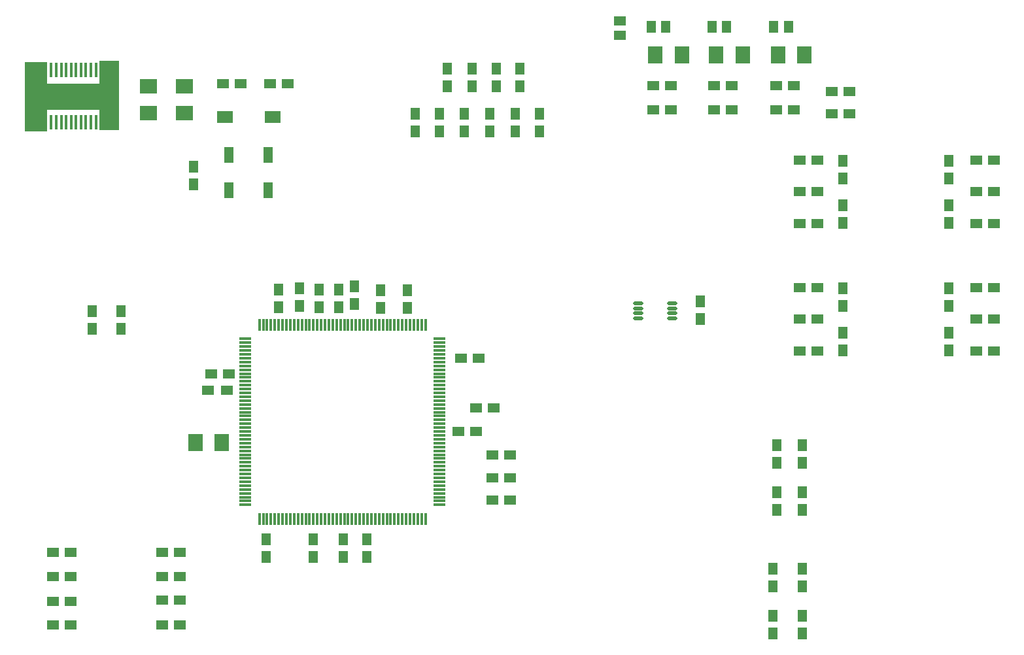
<source format=gtp>
G04 Layer_Color=8421504*
%FSLAX25Y25*%
%MOIN*%
G70*
G01*
G75*
%ADD10R,0.06000X0.05000*%
%ADD11R,0.05000X0.06000*%
%ADD12R,0.07500X0.09000*%
%ADD13R,0.05905X0.05118*%
%ADD14R,0.07874X0.05905*%
%ADD15R,0.09000X0.07500*%
%ADD16O,0.05315X0.01968*%
%ADD17R,0.05118X0.05905*%
%ADD18R,0.01575X0.07677*%
%ADD19R,0.31102X0.13780*%
%ADD20R,0.11811X0.35433*%
%ADD21R,0.10000X0.35433*%
%ADD22R,0.06300X0.01180*%
%ADD23R,0.01180X0.06300*%
%ADD24R,0.05118X0.08268*%
D10*
X209500Y147140D02*
D03*
X218500D02*
D03*
X209500Y159640D02*
D03*
X218500D02*
D03*
X209500Y171640D02*
D03*
X218500D02*
D03*
X209500Y184140D02*
D03*
X218500D02*
D03*
X154000Y147140D02*
D03*
X163000D02*
D03*
X154000Y159140D02*
D03*
X163000D02*
D03*
X154000Y171640D02*
D03*
X163000D02*
D03*
X154000Y184140D02*
D03*
X163000D02*
D03*
X469000Y409621D02*
D03*
X460000D02*
D03*
X469000Y422121D02*
D03*
X460000D02*
D03*
X560000Y407640D02*
D03*
X551000D02*
D03*
X624500Y319140D02*
D03*
X633500D02*
D03*
X624500Y384140D02*
D03*
X633500D02*
D03*
X534500D02*
D03*
X543500D02*
D03*
X534500Y319140D02*
D03*
X543500D02*
D03*
X624500Y367890D02*
D03*
X633500D02*
D03*
X624500Y351640D02*
D03*
X633500D02*
D03*
X543500D02*
D03*
X534500D02*
D03*
Y367890D02*
D03*
X543500D02*
D03*
X551000Y419140D02*
D03*
X560000D02*
D03*
X624500Y302890D02*
D03*
X633500D02*
D03*
X624500Y286640D02*
D03*
X633500D02*
D03*
X543500Y302890D02*
D03*
X534500D02*
D03*
X543500Y286640D02*
D03*
X534500D02*
D03*
X531500Y422121D02*
D03*
X522500D02*
D03*
X531500Y409621D02*
D03*
X522500D02*
D03*
X500000Y422121D02*
D03*
X491000D02*
D03*
X500000Y409621D02*
D03*
X491000D02*
D03*
X249500Y423140D02*
D03*
X240500D02*
D03*
X273500D02*
D03*
X264500D02*
D03*
X387000Y210640D02*
D03*
X378000D02*
D03*
X387000Y222140D02*
D03*
X378000D02*
D03*
Y233640D02*
D03*
X387000D02*
D03*
X362000Y283140D02*
D03*
X371000D02*
D03*
X360500Y245640D02*
D03*
X369500D02*
D03*
Y257640D02*
D03*
X378500D02*
D03*
X243500Y275140D02*
D03*
X234500D02*
D03*
X242500Y266640D02*
D03*
X233000D02*
D03*
D11*
X380000Y421640D02*
D03*
Y430640D02*
D03*
X484000Y312140D02*
D03*
Y303140D02*
D03*
X556500Y383640D02*
D03*
Y374640D02*
D03*
Y318640D02*
D03*
Y309640D02*
D03*
Y352140D02*
D03*
Y361140D02*
D03*
X610500Y352140D02*
D03*
Y361140D02*
D03*
Y383640D02*
D03*
Y374640D02*
D03*
Y287140D02*
D03*
Y296140D02*
D03*
X556500Y287140D02*
D03*
Y296140D02*
D03*
X610500Y318640D02*
D03*
Y309640D02*
D03*
X536000Y238640D02*
D03*
Y229640D02*
D03*
Y175640D02*
D03*
Y166640D02*
D03*
X321000Y308640D02*
D03*
Y317640D02*
D03*
X299500Y309140D02*
D03*
Y318140D02*
D03*
X269000Y309140D02*
D03*
Y318140D02*
D03*
X367500Y421640D02*
D03*
Y430640D02*
D03*
X355000Y421640D02*
D03*
Y430640D02*
D03*
X363500Y407640D02*
D03*
Y398640D02*
D03*
X351000D02*
D03*
Y407640D02*
D03*
X402000Y398640D02*
D03*
Y407640D02*
D03*
X392000Y430640D02*
D03*
Y421640D02*
D03*
X338500Y398640D02*
D03*
Y407640D02*
D03*
X389500Y398640D02*
D03*
Y407640D02*
D03*
X376500Y398640D02*
D03*
Y407640D02*
D03*
X262500Y190640D02*
D03*
Y181640D02*
D03*
X286500Y190640D02*
D03*
Y181640D02*
D03*
X302000Y190640D02*
D03*
Y181640D02*
D03*
X314000Y190640D02*
D03*
Y181640D02*
D03*
X334500Y308640D02*
D03*
Y317640D02*
D03*
X307500Y310640D02*
D03*
Y319640D02*
D03*
X279500Y309640D02*
D03*
Y318640D02*
D03*
X523000Y238640D02*
D03*
Y229640D02*
D03*
Y214640D02*
D03*
Y205640D02*
D03*
X536000Y214640D02*
D03*
Y205640D02*
D03*
X521000Y175640D02*
D03*
Y166640D02*
D03*
Y151640D02*
D03*
Y142640D02*
D03*
X536000Y151640D02*
D03*
Y142640D02*
D03*
X225500Y371640D02*
D03*
Y380640D02*
D03*
X289500Y309140D02*
D03*
Y318140D02*
D03*
X174000Y307140D02*
D03*
Y298140D02*
D03*
X188500D02*
D03*
Y307140D02*
D03*
D12*
X474500Y437621D02*
D03*
X461000D02*
D03*
X226500Y240140D02*
D03*
X240000D02*
D03*
X537000Y437621D02*
D03*
X523500D02*
D03*
X505500D02*
D03*
X492000D02*
D03*
D13*
X443000Y455140D02*
D03*
Y447660D02*
D03*
D14*
X266000Y406140D02*
D03*
X241591D02*
D03*
D15*
X202500Y408140D02*
D03*
Y421640D02*
D03*
X221000Y408140D02*
D03*
Y421640D02*
D03*
D16*
X452240Y310979D02*
D03*
Y308420D02*
D03*
Y305861D02*
D03*
Y303302D02*
D03*
X469760Y310979D02*
D03*
Y308420D02*
D03*
Y305861D02*
D03*
Y303302D02*
D03*
D17*
X521427Y452121D02*
D03*
X528908D02*
D03*
X458927D02*
D03*
X466408D02*
D03*
X489927D02*
D03*
X497408D02*
D03*
D18*
X153102Y403418D02*
D03*
X155622D02*
D03*
X158142D02*
D03*
X160661D02*
D03*
X163181D02*
D03*
X165701D02*
D03*
X168221D02*
D03*
X170740D02*
D03*
X173260D02*
D03*
X175799Y403390D02*
D03*
X153102Y429890D02*
D03*
X155622D02*
D03*
X158142D02*
D03*
X160661D02*
D03*
X163181D02*
D03*
X165701D02*
D03*
X168221D02*
D03*
X170740D02*
D03*
X173260D02*
D03*
X175799D02*
D03*
X178299Y429890D02*
D03*
X178299Y403390D02*
D03*
X150299Y429890D02*
D03*
Y403390D02*
D03*
D19*
X164799Y416390D02*
D03*
D20*
X145299D02*
D03*
D21*
X182701Y416890D02*
D03*
D22*
X251890Y208250D02*
D03*
Y210220D02*
D03*
Y212180D02*
D03*
Y214150D02*
D03*
Y216120D02*
D03*
Y218090D02*
D03*
Y220060D02*
D03*
Y222030D02*
D03*
Y224000D02*
D03*
Y225960D02*
D03*
Y227930D02*
D03*
Y229900D02*
D03*
Y231870D02*
D03*
Y233840D02*
D03*
Y235810D02*
D03*
Y237770D02*
D03*
Y239740D02*
D03*
Y241710D02*
D03*
Y243680D02*
D03*
Y245650D02*
D03*
Y247620D02*
D03*
Y249590D02*
D03*
Y251550D02*
D03*
Y253520D02*
D03*
Y255490D02*
D03*
Y257460D02*
D03*
Y259430D02*
D03*
Y261400D02*
D03*
Y263370D02*
D03*
Y265330D02*
D03*
Y267300D02*
D03*
Y269270D02*
D03*
Y271240D02*
D03*
Y273210D02*
D03*
Y275180D02*
D03*
Y277140D02*
D03*
Y279110D02*
D03*
Y281080D02*
D03*
Y283050D02*
D03*
Y285020D02*
D03*
Y286990D02*
D03*
Y288960D02*
D03*
Y290920D02*
D03*
Y292890D02*
D03*
X351110D02*
D03*
Y290920D02*
D03*
Y288960D02*
D03*
Y286990D02*
D03*
Y285020D02*
D03*
Y283050D02*
D03*
Y281080D02*
D03*
Y279110D02*
D03*
Y277140D02*
D03*
Y275180D02*
D03*
Y273210D02*
D03*
Y271240D02*
D03*
Y269270D02*
D03*
Y267300D02*
D03*
Y265330D02*
D03*
Y263370D02*
D03*
Y261400D02*
D03*
Y259430D02*
D03*
Y257460D02*
D03*
Y255490D02*
D03*
Y251550D02*
D03*
Y249590D02*
D03*
Y243680D02*
D03*
Y239740D02*
D03*
Y237770D02*
D03*
Y235810D02*
D03*
Y233840D02*
D03*
Y231870D02*
D03*
Y229900D02*
D03*
Y227930D02*
D03*
Y225960D02*
D03*
Y224000D02*
D03*
Y222030D02*
D03*
Y220060D02*
D03*
Y218090D02*
D03*
Y216120D02*
D03*
Y214150D02*
D03*
Y212180D02*
D03*
Y210220D02*
D03*
Y208250D02*
D03*
Y241710D02*
D03*
Y245650D02*
D03*
Y247620D02*
D03*
Y253520D02*
D03*
D23*
X259180Y300180D02*
D03*
X261150D02*
D03*
X263110D02*
D03*
X265080D02*
D03*
X267050D02*
D03*
X269020D02*
D03*
X270990D02*
D03*
X272960D02*
D03*
X274930D02*
D03*
X276890D02*
D03*
X278860D02*
D03*
X280830D02*
D03*
X282800D02*
D03*
X284770D02*
D03*
X286740D02*
D03*
X288700D02*
D03*
X290670D02*
D03*
X292640D02*
D03*
X294610D02*
D03*
X296580D02*
D03*
X298550D02*
D03*
X300520D02*
D03*
X302480D02*
D03*
X304450D02*
D03*
X306420D02*
D03*
X308390D02*
D03*
X310360D02*
D03*
X312330D02*
D03*
X314300D02*
D03*
X316260D02*
D03*
X318230D02*
D03*
X320200D02*
D03*
X322170D02*
D03*
X324140D02*
D03*
X326110D02*
D03*
X328070D02*
D03*
X330040D02*
D03*
X332010D02*
D03*
X333980D02*
D03*
X335950D02*
D03*
X337920D02*
D03*
X339890D02*
D03*
X341850D02*
D03*
X343820D02*
D03*
Y200960D02*
D03*
X339890D02*
D03*
X337920D02*
D03*
X335950D02*
D03*
X333980D02*
D03*
X332010D02*
D03*
X330040D02*
D03*
X328070D02*
D03*
X326110D02*
D03*
X324140D02*
D03*
X322170D02*
D03*
X320200D02*
D03*
X318230D02*
D03*
X316260D02*
D03*
X314300D02*
D03*
X308390D02*
D03*
X306420D02*
D03*
X304450D02*
D03*
X302480D02*
D03*
X300520D02*
D03*
X298550D02*
D03*
X296580D02*
D03*
X294610D02*
D03*
X292640D02*
D03*
X290670D02*
D03*
X288700D02*
D03*
X286740D02*
D03*
X284770D02*
D03*
X282800D02*
D03*
X280830D02*
D03*
X278860D02*
D03*
X276890D02*
D03*
X274930D02*
D03*
X272960D02*
D03*
X270990D02*
D03*
X269020D02*
D03*
X267050D02*
D03*
X265080D02*
D03*
X263110D02*
D03*
X261150D02*
D03*
X259180D02*
D03*
X310360D02*
D03*
X312330D02*
D03*
X341850D02*
D03*
D24*
X263500Y368530D02*
D03*
X243500D02*
D03*
Y386640D02*
D03*
X263500D02*
D03*
M02*

</source>
